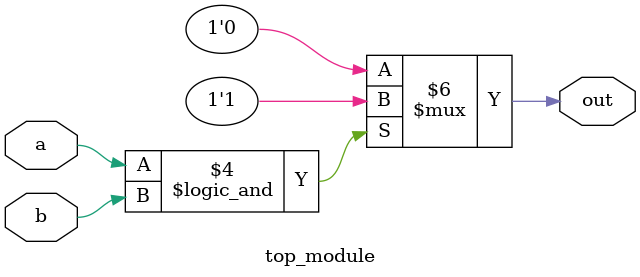
<source format=v>
module top_module(
    input a,
    input b,
    output out
);
    always @(*)
        if (a == 1'b1 && b == 1'b1)
            out <= 1'b1;
        else
            out <= 1'b0;
endmodule
</source>
